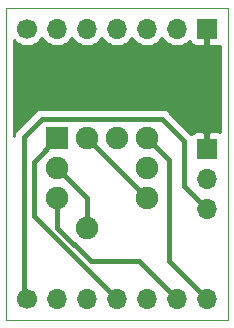
<source format=gbr>
G04 #@! TF.GenerationSoftware,KiCad,Pcbnew,(5.1.5)-3*
G04 #@! TF.CreationDate,2020-07-28T21:27:20+02:00*
G04 #@! TF.ProjectId,switch,73776974-6368-42e6-9b69-6361645f7063,rev?*
G04 #@! TF.SameCoordinates,PX18f3350PY2d4c310*
G04 #@! TF.FileFunction,Copper,L1,Top*
G04 #@! TF.FilePolarity,Positive*
%FSLAX46Y46*%
G04 Gerber Fmt 4.6, Leading zero omitted, Abs format (unit mm)*
G04 Created by KiCad (PCBNEW (5.1.5)-3) date 2020-07-28 21:27:20*
%MOMM*%
%LPD*%
G04 APERTURE LIST*
%ADD10C,0.050000*%
%ADD11O,1.700000X1.700000*%
%ADD12R,1.700000X1.700000*%
%ADD13C,1.700000*%
%ADD14C,1.900000*%
%ADD15R,1.900000X1.900000*%
%ADD16C,0.457200*%
%ADD17C,0.254000*%
G04 APERTURE END LIST*
D10*
X18796000Y26416000D02*
X0Y26416000D01*
X18796000Y0D02*
X18796000Y26416000D01*
X0Y0D02*
X18796000Y0D01*
X0Y26416000D02*
X0Y0D01*
D11*
X17018000Y9398000D03*
X17018000Y11938000D03*
D12*
X17018000Y14478000D03*
D11*
X17018000Y1778000D03*
X14478000Y1778000D03*
X11938000Y1778000D03*
X9398000Y1778000D03*
X6858000Y1778000D03*
X4318000Y1778000D03*
D13*
X1778000Y1778000D03*
D12*
X17018000Y24638000D03*
D11*
X14478000Y24638000D03*
X11938000Y24638000D03*
X9398000Y24638000D03*
X6858000Y24638000D03*
X4318000Y24638000D03*
D13*
X1778000Y24638000D03*
D14*
X11990500Y10287000D03*
X4370500Y10287000D03*
X11990500Y12827000D03*
X4370500Y12827000D03*
X11990500Y15367000D03*
D15*
X4370500Y15367000D03*
D14*
X6910500Y7747000D03*
X9450500Y15367000D03*
X6910500Y15367000D03*
X11990500Y15367000D03*
D15*
X4370500Y15367000D03*
D16*
X13628001Y2627999D02*
X14478000Y1778000D01*
X11303000Y4953000D02*
X13628001Y2627999D01*
X7239000Y4953000D02*
X11303000Y4953000D01*
X4370500Y10287000D02*
X4370500Y7821500D01*
X4370500Y7821500D02*
X7239000Y4953000D01*
X6910500Y15367000D02*
X6858000Y15367000D01*
X11990500Y10287000D02*
X6910500Y15367000D01*
X2413000Y13409500D02*
X4370500Y15367000D01*
X9398000Y1778000D02*
X2413000Y8763000D01*
X2413000Y8763000D02*
X2413000Y13409500D01*
X6910500Y10287000D02*
X4370500Y12827000D01*
X6910500Y7747000D02*
X6910500Y10287000D01*
X17018000Y14478000D02*
X17018000Y24638000D01*
X13843000Y13514500D02*
X11990500Y15367000D01*
X17018000Y1778000D02*
X13843000Y4953000D01*
X13843000Y4953000D02*
X13843000Y13514500D01*
X15113000Y11303000D02*
X15113000Y15113000D01*
X15113000Y15113000D02*
X13208000Y17018000D01*
X17018000Y9398000D02*
X15113000Y11303000D01*
X13208000Y17018000D02*
X3048000Y17018000D01*
X1524000Y2032000D02*
X1778000Y1778000D01*
X1524000Y15494000D02*
X1524000Y2032000D01*
X3048000Y17018000D02*
X1524000Y15494000D01*
D17*
G36*
X17145000Y24765000D02*
G01*
X17165000Y24765000D01*
X17165000Y24511000D01*
X17145000Y24511000D01*
X17145000Y23311750D01*
X17303750Y23153000D01*
X17868000Y23149928D01*
X17992482Y23162188D01*
X18112180Y23198498D01*
X18136001Y23211231D01*
X18136001Y15904769D01*
X18112180Y15917502D01*
X17992482Y15953812D01*
X17868000Y15966072D01*
X17303750Y15963000D01*
X17145000Y15804250D01*
X17145000Y14605000D01*
X17165000Y14605000D01*
X17165000Y14351000D01*
X17145000Y14351000D01*
X17145000Y14331000D01*
X16891000Y14331000D01*
X16891000Y14351000D01*
X16871000Y14351000D01*
X16871000Y14605000D01*
X16891000Y14605000D01*
X16891000Y15804250D01*
X16732250Y15963000D01*
X16168000Y15966072D01*
X16043518Y15953812D01*
X15923820Y15917502D01*
X15813506Y15858537D01*
X15716815Y15779185D01*
X15694976Y15752575D01*
X15693660Y15753655D01*
X13848664Y17598650D01*
X13821612Y17631612D01*
X13690112Y17739531D01*
X13540084Y17819722D01*
X13377295Y17869104D01*
X13250420Y17881600D01*
X13208000Y17885778D01*
X13165580Y17881600D01*
X3090417Y17881600D01*
X3047999Y17885778D01*
X3005581Y17881600D01*
X3005580Y17881600D01*
X2878705Y17869104D01*
X2715916Y17819722D01*
X2565888Y17739531D01*
X2434388Y17631612D01*
X2407345Y17598660D01*
X943350Y16134663D01*
X910388Y16107612D01*
X802469Y15976111D01*
X722278Y15826083D01*
X683753Y15699084D01*
X672896Y15663294D01*
X660000Y15532359D01*
X660000Y23655893D01*
X831368Y23484525D01*
X1074589Y23322010D01*
X1344842Y23210068D01*
X1631740Y23153000D01*
X1924260Y23153000D01*
X2211158Y23210068D01*
X2481411Y23322010D01*
X2724632Y23484525D01*
X2931475Y23691368D01*
X3048000Y23865760D01*
X3164525Y23691368D01*
X3371368Y23484525D01*
X3614589Y23322010D01*
X3884842Y23210068D01*
X4171740Y23153000D01*
X4464260Y23153000D01*
X4751158Y23210068D01*
X5021411Y23322010D01*
X5264632Y23484525D01*
X5471475Y23691368D01*
X5588000Y23865760D01*
X5704525Y23691368D01*
X5911368Y23484525D01*
X6154589Y23322010D01*
X6424842Y23210068D01*
X6711740Y23153000D01*
X7004260Y23153000D01*
X7291158Y23210068D01*
X7561411Y23322010D01*
X7804632Y23484525D01*
X8011475Y23691368D01*
X8128000Y23865760D01*
X8244525Y23691368D01*
X8451368Y23484525D01*
X8694589Y23322010D01*
X8964842Y23210068D01*
X9251740Y23153000D01*
X9544260Y23153000D01*
X9831158Y23210068D01*
X10101411Y23322010D01*
X10344632Y23484525D01*
X10551475Y23691368D01*
X10668000Y23865760D01*
X10784525Y23691368D01*
X10991368Y23484525D01*
X11234589Y23322010D01*
X11504842Y23210068D01*
X11791740Y23153000D01*
X12084260Y23153000D01*
X12371158Y23210068D01*
X12641411Y23322010D01*
X12884632Y23484525D01*
X13091475Y23691368D01*
X13208000Y23865760D01*
X13324525Y23691368D01*
X13531368Y23484525D01*
X13774589Y23322010D01*
X14044842Y23210068D01*
X14331740Y23153000D01*
X14624260Y23153000D01*
X14911158Y23210068D01*
X15181411Y23322010D01*
X15424632Y23484525D01*
X15556487Y23616380D01*
X15578498Y23543820D01*
X15637463Y23433506D01*
X15716815Y23336815D01*
X15813506Y23257463D01*
X15923820Y23198498D01*
X16043518Y23162188D01*
X16168000Y23149928D01*
X16732250Y23153000D01*
X16891000Y23311750D01*
X16891000Y24511000D01*
X16871000Y24511000D01*
X16871000Y24765000D01*
X16891000Y24765000D01*
X16891000Y24785000D01*
X17145000Y24785000D01*
X17145000Y24765000D01*
G37*
X17145000Y24765000D02*
X17165000Y24765000D01*
X17165000Y24511000D01*
X17145000Y24511000D01*
X17145000Y23311750D01*
X17303750Y23153000D01*
X17868000Y23149928D01*
X17992482Y23162188D01*
X18112180Y23198498D01*
X18136001Y23211231D01*
X18136001Y15904769D01*
X18112180Y15917502D01*
X17992482Y15953812D01*
X17868000Y15966072D01*
X17303750Y15963000D01*
X17145000Y15804250D01*
X17145000Y14605000D01*
X17165000Y14605000D01*
X17165000Y14351000D01*
X17145000Y14351000D01*
X17145000Y14331000D01*
X16891000Y14331000D01*
X16891000Y14351000D01*
X16871000Y14351000D01*
X16871000Y14605000D01*
X16891000Y14605000D01*
X16891000Y15804250D01*
X16732250Y15963000D01*
X16168000Y15966072D01*
X16043518Y15953812D01*
X15923820Y15917502D01*
X15813506Y15858537D01*
X15716815Y15779185D01*
X15694976Y15752575D01*
X15693660Y15753655D01*
X13848664Y17598650D01*
X13821612Y17631612D01*
X13690112Y17739531D01*
X13540084Y17819722D01*
X13377295Y17869104D01*
X13250420Y17881600D01*
X13208000Y17885778D01*
X13165580Y17881600D01*
X3090417Y17881600D01*
X3047999Y17885778D01*
X3005581Y17881600D01*
X3005580Y17881600D01*
X2878705Y17869104D01*
X2715916Y17819722D01*
X2565888Y17739531D01*
X2434388Y17631612D01*
X2407345Y17598660D01*
X943350Y16134663D01*
X910388Y16107612D01*
X802469Y15976111D01*
X722278Y15826083D01*
X683753Y15699084D01*
X672896Y15663294D01*
X660000Y15532359D01*
X660000Y23655893D01*
X831368Y23484525D01*
X1074589Y23322010D01*
X1344842Y23210068D01*
X1631740Y23153000D01*
X1924260Y23153000D01*
X2211158Y23210068D01*
X2481411Y23322010D01*
X2724632Y23484525D01*
X2931475Y23691368D01*
X3048000Y23865760D01*
X3164525Y23691368D01*
X3371368Y23484525D01*
X3614589Y23322010D01*
X3884842Y23210068D01*
X4171740Y23153000D01*
X4464260Y23153000D01*
X4751158Y23210068D01*
X5021411Y23322010D01*
X5264632Y23484525D01*
X5471475Y23691368D01*
X5588000Y23865760D01*
X5704525Y23691368D01*
X5911368Y23484525D01*
X6154589Y23322010D01*
X6424842Y23210068D01*
X6711740Y23153000D01*
X7004260Y23153000D01*
X7291158Y23210068D01*
X7561411Y23322010D01*
X7804632Y23484525D01*
X8011475Y23691368D01*
X8128000Y23865760D01*
X8244525Y23691368D01*
X8451368Y23484525D01*
X8694589Y23322010D01*
X8964842Y23210068D01*
X9251740Y23153000D01*
X9544260Y23153000D01*
X9831158Y23210068D01*
X10101411Y23322010D01*
X10344632Y23484525D01*
X10551475Y23691368D01*
X10668000Y23865760D01*
X10784525Y23691368D01*
X10991368Y23484525D01*
X11234589Y23322010D01*
X11504842Y23210068D01*
X11791740Y23153000D01*
X12084260Y23153000D01*
X12371158Y23210068D01*
X12641411Y23322010D01*
X12884632Y23484525D01*
X13091475Y23691368D01*
X13208000Y23865760D01*
X13324525Y23691368D01*
X13531368Y23484525D01*
X13774589Y23322010D01*
X14044842Y23210068D01*
X14331740Y23153000D01*
X14624260Y23153000D01*
X14911158Y23210068D01*
X15181411Y23322010D01*
X15424632Y23484525D01*
X15556487Y23616380D01*
X15578498Y23543820D01*
X15637463Y23433506D01*
X15716815Y23336815D01*
X15813506Y23257463D01*
X15923820Y23198498D01*
X16043518Y23162188D01*
X16168000Y23149928D01*
X16732250Y23153000D01*
X16891000Y23311750D01*
X16891000Y24511000D01*
X16871000Y24511000D01*
X16871000Y24765000D01*
X16891000Y24765000D01*
X16891000Y24785000D01*
X17145000Y24785000D01*
X17145000Y24765000D01*
M02*

</source>
